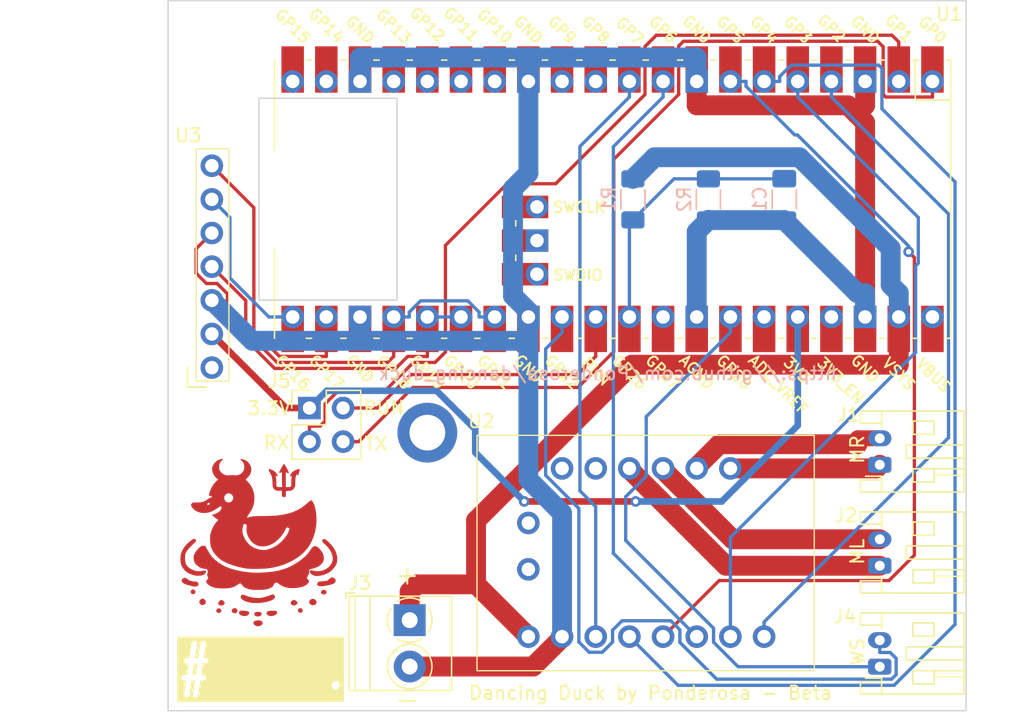
<source format=kicad_pcb>
(kicad_pcb (version 20221018) (generator pcbnew)
  (layers (0 "F.Cu" signal) (31 "B.Cu" signal) (34 "B.Paste" user) (35 "F.Paste" user) (36 "B.SilkS" user "B.Silkscreen") (37 "F.SilkS" user "F.Silkscreen") (38 "B.Mask" user) (39 "F.Mask" user) (44 "Edge.Cuts" user))
  (net 0 "")
  (net 1 "Net-(J1-Pin_1)")
  (net 2 "Net-(J1-Pin_2)")
  (net 3 "Net-(J2-Pin_1)")
  (net 4 "Net-(J2-Pin_2)")
  (net 5 "VCC")
  (net 6 "GND")
  (net 7 "Net-(J4-Pin_1)")
  (net 8 "Net-(J4-Pin_2)")
  (net 9 "Net-(J5-Pin_2)")
  (net 10 "Net-(U1-GP2)")
  (net 11 "Net-(U1-GP3)")
  (net 12 "Net-(U1-GP4)")
  (net 13 "Net-(U1-GP5)")
  (net 14 "Net-(U1-GP6)")
  (net 17 "Net-(U1-GP7)")
  (net 22 "Net-(U1-GP16)")
  (net 25 "Net-(U1-GP17)")
  (net 26 "Net-(U1-GP18)")
  (net 27 "Net-(U1-GP19)")
  (net 28 "+3V3")
  (net 29 "Net-(U1-GP26)")
  (net 42 "Net-(J5-Pin_3)")
  (net 43 "Net-(J5-Pin_4)")
  (footprint "adafruit:lis2mdl_breakout" (layer "F.Cu") (at 127.508 98.044 180)
    (fp_text reference "U3")
    (fp_text value "~")
  )
  (footprint "Connector_PinHeader_2.54mm:PinHeader_2x02_P2.54mm_Vertical" (layer "F.Cu") (at 134.869 101.092)
    (fp_text reference "J5")
    (fp_text value "Conn_02x02_Counter_Clockwise")
  )
  (footprint "LOGO" (layer "F.Cu") (at 131.064 111.252)
    (fp_text reference "G_LOGO" hide)
    (fp_text value "LOGO" hide)
  )
  (footprint "LOGO" (layer "F.Cu") (at 131.064 111.252)
    (fp_text reference "G***" hide)
    (fp_text value "LOGO" hide)
  )
  (footprint "Connector_JST:JST_PH_S2B-PH-K_1x02_P2.00mm_Horizontal" (layer "F.Cu") (at 177.89 113 90)
    (fp_text reference "J2")
    (fp_text value "Conn_01x02")
  )
  (footprint "TerminalBlock_Phoenix:TerminalBlock_Phoenix_PT-1,5-2-3.5-H_1x02_P3.50mm_Horizontal" (layer "F.Cu") (at 142.432 117.108 -90)
    (fp_text reference "J3")
    (fp_text value "Conn_01x02")
  )
  (footprint "MountingHole:MountingHole_2.7mm_M2.5_ISO14580_Pad_TopBottom" (layer "F.Cu") (at 143.764 102.952)
    (fp_text reference "REF1" hide)
    (fp_text value "MountingHole_2.7mm_M2.5_ISO14580_Pad_TopBottom" hide)
  )
  (footprint "Connector_JST:JST_PH_S2B-PH-K_1x02_P2.00mm_Horizontal" (layer "F.Cu") (at 177.89 105.38 90)
    (fp_text reference "J1")
    (fp_text value "Conn_01x02")
  )
  (footprint "raspberry_pi:RPi_Pico_SMD_W" (layer "F.Cu") (at 157.734 85.33 -90)
    (fp_text reference "U1")
    (fp_text value "~")
  )
  (footprint "adafruit:drv8833_breakout" (layer "F.Cu") (at 159.004 110.73 90)
    (fp_text reference "U2")
    (fp_text value "~")
  )
  (footprint "Connector_JST:JST_PH_S2B-PH-K_1x02_P2.00mm_Horizontal" (layer "F.Cu") (at 177.89 120.62 90)
    (fp_text reference "J4")
    (fp_text value "Conn_01x02")
  )
  (footprint "Resistor_SMD:R_1206_3216Metric_Pad1.30x1.75mm_HandSolder" (layer "B.Cu") (at 159.27 85.344 -90)
    (fp_text reference "R1")
    (fp_text value "220k")
  )
  (footprint "Resistor_SMD:R_1206_3216Metric_Pad1.30x1.75mm_HandSolder" (layer "B.Cu") (at 164.964 85.344 -90)
    (fp_text reference "R2")
    (fp_text value "330k")
  )
  (footprint "Capacitor_SMD:C_1206_3216Metric_Pad1.33x1.80mm_HandSolder" (layer "B.Cu") (at 170.688 85.344 -90)
    (fp_text reference "C1")
    (fp_text value "1000pf")
  )
  (gr_line (start 125.668 97.974) (end 125.668 99.514) (stroke (width 0.15)) (layer "F.SilkS"))
  (gr_line (start 125.668 99.514) (end 127.108 99.514) (stroke (width 0.15)) (layer "F.SilkS"))
  (gr_rect (start 124.206 70.34405) (end 184.404 123.93805) (stroke (width 0.1)) (fill none) (layer "Edge.Cuts"))
  (gr_rect (start 131.064 77.71005) (end 141.478 92.95005) (stroke (width 0.1)) (fill none) (layer "Edge.Cuts"))
  (gr_text "https://github.com/Ponderosa/dancing_duck" (at 174.752 99.06) (layer "B.SilkS") (effects (font (size 1 1)) (justify left bottom mirror)))
  (gr_text "ML" (at 176.784 113.01605 90) (layer "F.SilkS") (effects (font (size 1 1)) (justify left bottom)))
  (gr_text "3.3V\n" (at 130.107885 101.703166) (layer "F.SilkS") (effects (font (size 1 1)) (justify left bottom)))
  (gr_text "#      ." (at 124.968 122.555) (layer "F.SilkS" knockout) (effects (font (size 3 2) (thickness 0.4) bold) (justify left bottom)))
  (gr_text "Dancing Duck by Ponderosa - Beta" (at 146.812 123.181996) (layer "F.SilkS") (effects (font (size 1 1)) (justify left bottom)))
  (gr_text "TX" (at 138.927654 104.390239) (layer "F.SilkS") (effects (font (size 1 1)) (justify left bottom)))
  (gr_text "MR\n" (at 176.784 105.39605 90) (layer "F.SilkS") (effects (font (size 1 1)) (justify left bottom)))
  (gr_text "RUN" (at 138.837657 101.664596) (layer "F.SilkS") (effects (font (size 1 1)) (justify left bottom)))
  (gr_text "-" (at 141.224 123.952) (layer "F.SilkS") (effects (font (size 1.5 1.5)) (justify left bottom)))
  (gr_text "+" (at 141.224 114.54005) (layer "F.SilkS") (effects (font (size 1.5 1.5)) (justify left bottom)))
  (gr_text "RX" (at 131.316424 104.300241) (layer "F.SilkS") (effects (font (size 1 1)) (justify left bottom)))
  (gr_text "WS" (at 176.784 120.63605 90) (layer "F.SilkS") (effects (font (size 1 1)) (justify left bottom)))
  (segment (start 166.624 105.65) (end 177.62 105.65) (width 1.5) (layer "F.Cu") (net 1))
  (segment (start 177.62 105.65) (end 177.89 105.38) (width 1.5) (layer "F.Cu") (net 1))
  (segment (start 176.2132 103.8231) (end 176.2132 103.38) (width 1.1998) (layer "F.Cu") (net 2))
  (segment (start 176.2077 103.8286) (end 176.2132 103.8231) (width 1.1998) (layer "F.Cu") (net 2))
  (segment (start 164.084 105.65) (end 164.084 105.5312) (width 1.5) (layer "F.Cu") (net 2))
  (segment (start 177.89 103.38) (end 176.2132 103.38) (width 1.1998) (layer "F.Cu") (net 2))
  (segment (start 164.084 105.5312) (end 165.7866 103.8286) (width 1.5) (layer "F.Cu") (net 2))
  (segment (start 165.7866 103.8286) (end 176.2077 103.8286) (width 1.5) (layer "F.Cu") (net 2))
  (segment (start 159.004 105.7139) (end 166.2901 113) (width 1.5) (layer "F.Cu") (net 3))
  (segment (start 166.2901 113) (end 177.89 113) (width 1.5) (layer "F.Cu") (net 3))
  (segment (start 159.004 105.65) (end 159.004 105.7139) (width 1.5) (layer "F.Cu") (net 3))
  (segment (start 161.544 105.65) (end 161.544 105.7515) (width 1.5) (layer "F.Cu") (net 4))
  (segment (start 166.7925 111) (end 177.89 111) (width 1.5) (layer "F.Cu") (net 4))
  (segment (start 161.544 105.7515) (end 166.7925 111) (width 1.5) (layer "F.Cu") (net 4))
  (segment (start 142.432 117.108) (end 142.432 114.9561) (width 1.5) (layer "F.Cu") (net 5))
  (segment (start 179.324 97.8219) (end 159.1972 97.8219) (width 1.5) (layer "F.Cu") (net 5))
  (segment (start 147.4376 109.5815) (end 147.4376 114.4036) (width 1.5) (layer "F.Cu") (net 5))
  (segment (start 142.432 114.9561) (end 142.9845 114.4036) (width 1.5) (layer "F.Cu") (net 5))
  (segment (start 142.9845 114.4036) (end 147.4376 114.4036) (width 1.5) (layer "F.Cu") (net 5))
  (segment (start 147.4376 114.4036) (end 151.384 118.35) (width 1.5) (layer "F.Cu") (net 5))
  (segment (start 159.1972 97.8219) (end 147.4376 109.5815) (width 1.5) (layer "F.Cu") (net 5))
  (segment (start 179.324 94.22) (end 179.324 97.8219) (width 1.5) (layer "F.Cu") (net 5))
  (segment (start 179.324 94.22) (end 179.324 92.4181) (width 1.5) (layer "B.Cu") (net 5))
  (segment (start 178.7144 91.8085) (end 179.324 92.4181) (width 1.5) (layer "B.Cu") (net 5))
  (segment (start 171.8323 82.1622) (end 178.7144 89.0443) (width 1.5) (layer "B.Cu") (net 5))
  (segment (start 178.7144 89.0443) (end 178.7144 91.8085) (width 1.5) (layer "B.Cu") (net 5))
  (segment (start 160.9018 82.1622) (end 171.8323 82.1622) (width 1.5) (layer "B.Cu") (net 5))
  (segment (start 159.27 83.794) (end 160.9018 82.1622) (width 1.5) (layer "B.Cu") (net 5))
  (segment (start 153.924 118.4276) (end 151.7436 120.608) (width 1.5) (layer "F.Cu") (net 6))
  (segment (start 151.7436 120.608) (end 142.432 120.608) (width 1.5) (layer "F.Cu") (net 6))
  (segment (start 176.784 79.5376) (end 176.1362 78.8897) (width 1.5) (layer "F.Cu") (net 6))
  (segment (start 176.784 94.22) (end 176.784 79.5376) (width 1.5) (layer "F.Cu") (net 6))
  (segment (start 164.084 76.44) (end 164.084 78.2419) (width 1.5) (layer "F.Cu") (net 6))
  (segment (start 175.4883 78.2419) (end 164.084 78.2419) (width 1.5) (layer "F.Cu") (net 6))
  (segment (start 176.1362 78.8897) (end 175.4883 78.2419) (width 1.5) (layer "F.Cu") (net 6))
  (segment (start 153.924 118.35) (end 153.924 118.4276) (width 1.5) (layer "F.Cu") (net 6))
  (segment (start 176.784 78.2419) (end 176.1362 78.8897) (width 1.5) (layer "F.Cu") (net 6))
  (segment (start 176.784 76.44) (end 176.784 78.2419) (width 1.5) (layer "F.Cu") (net 6))
  (segment (start 151.384 76.44) (end 151.384 83.3741) (width 1.5) (layer "B.Cu") (net 6))
  (segment (start 151.384 93.7845) (end 151.384 94.22) (width 1.5) (layer "B.Cu") (net 6))
  (segment (start 138.684 94.22) (end 138.684 96.0204) (width 1.5) (layer "B.Cu") (net 6))
  (segment (start 164.084 76.44) (end 164.084 74.6381) (width 1.5) (layer "B.Cu") (net 6))
  (segment (start 151.384 106.4831) (end 153.924 109.0231) (width 1.5) (layer "B.Cu") (net 6))
  (segment (start 138.684 76.44) (end 138.684 74.6381) (width 1.5) (layer "B.Cu") (net 6))
  (segment (start 151.384 76.44) (end 151.384 75.064) (width 1.5) (layer "B.Cu") (net 6))
  (segment (start 176.1996 92.4181) (end 170.688 86.9065) (width 1.5) (layer "B.Cu") (net 6))
  (segment (start 151.384 74.6396) (end 151.3825 74.6381) (width 1.5) (layer "B.Cu") (net 6))
  (segment (start 164.964 86.894) (end 164.964 86.9065) (width 1.5) (layer "B.Cu") (net 6))
  (segment (start 176.784 92.4181) (end 176.1996 92.4181) (width 1.5) (layer "B.Cu") (net 6))
  (segment (start 150.2257 84.5324) (end 150.2257 92.6262) (width 1.5) (layer "B.Cu") (net 6))
  (segment (start 138.6855 96.0219) (end 138.684 96.0204) (width 1.5) (layer "B.Cu") (net 6))
  (segment (start 151.384 83.3741) (end 150.2257 84.5324) (width 1.5) (layer "B.Cu") (net 6))
  (segment (start 150.2257 92.6262) (end 151.384 93.7845) (width 1.5) (layer "B.Cu") (net 6))
  (segment (start 151.384 96.0219) (end 138.6855 96.0219) (width 1.5) (layer "B.Cu") (net 6))
  (segment (start 130.5742 96.0219) (end 138.684 96.0219) (width 1.5) (layer "B.Cu") (net 6))
  (segment (start 151.384 74.6396) (end 151.384 74.6381) (width 1.5) (layer "B.Cu") (net 6))
  (segment (start 127.5163 92.964) (end 130.5742 96.0219) (width 1.5) (layer "B.Cu") (net 6))
  (segment (start 151.384 96.0219) (end 151.384 106.4831) (width 1.5) (layer "B.Cu") (net 6))
  (segment (start 127.508 92.964) (end 127.5163 92.964) (width 1.5) (layer "B.Cu") (net 6))
  (segment (start 138.684 96.0204) (end 138.684 96.0219) (width 1.5) (layer "B.Cu") (net 6))
  (segment (start 176.784 94.22) (end 176.784 92.4181) (width 1.5) (layer "B.Cu") (net 6))
  (segment (start 164.084 87.7865) (end 164.084 94.22) (width 1.5) (layer "B.Cu") (net 6))
  (segment (start 153.924 109.0231) (end 153.924 118.35) (width 1.5) (layer "B.Cu") (net 6))
  (segment (start 151.3825 74.6381) (end 138.684 74.6381) (width 1.5) (layer "B.Cu") (net 6))
  (segment (start 151.384 94.22) (end 151.384 96.0219) (width 1.5) (layer "B.Cu") (net 6))
  (segment (start 164.964 86.9065) (end 170.688 86.9065) (width 1.5) (layer "B.Cu") (net 6))
  (segment (start 151.384 75.064) (end 151.384 74.6396) (width 1.5) (layer "B.Cu") (net 6))
  (segment (start 164.964 86.9065) (end 164.084 87.7865) (width 1.5) (layer "B.Cu") (net 6))
  (segment (start 164.084 74.6381) (end 151.384 74.6381) (width 1.5) (layer "B.Cu") (net 6))
  (segment (start 158.7255 111.0913) (end 165.3541 117.7199) (width 0.25) (layer "B.Cu") (net 7))
  (segment (start 160.274 101.7469) (end 160.274 106.2419) (width 0.25) (layer "B.Cu") (net 7))
  (segment (start 158.7255 107.7904) (end 158.7255 111.0913) (width 0.25) (layer "B.Cu") (net 7))
  (segment (start 160.274 106.2419) (end 158.7255 107.7904) (width 0.25) (layer "B.Cu") (net 7))
  (segment (start 165.3541 117.7199) (end 165.3541 118.7712) (width 0.25) (layer "B.Cu") (net 7))
  (segment (start 166.624 95.3969) (end 160.274 101.7469) (width 0.25) (layer "B.Cu") (net 7))
  (segment (start 165.3541 118.7712) (end 167.2029 120.62) (width 0.25) (layer "B.Cu") (net 7))
  (segment (start 167.2029 120.62) (end 177.89 120.62) (width 0.25) (layer "B.Cu") (net 7))
  (segment (start 166.624 94.22) (end 166.624 95.3969) (width 0.25) (layer "B.Cu") (net 7))
  (segment (start 155.9695 119.5269) (end 155.194 118.7514) (width 0.25) (layer "B.Cu") (net 8))
  (segment (start 179.1248 119.9887) (end 179.1248 121.219) (width 0.25) (layer "B.Cu") (net 8))
  (segment (start 178.7859 121.5579) (end 165.5851 121.5579) (width 0.25) (layer "B.Cu") (net 8))
  (segment (start 157.734 118.759) (end 156.9661 119.5269) (width 0.25) (layer "B.Cu") (net 8))
  (segment (start 158.448 117.1538) (end 157.734 117.8678) (width 0.25) (layer "B.Cu") (net 8))
  (segment (start 153.924 94.22) (end 153.924 95.3969) (width 0.25) (layer "B.Cu") (net 8))
  (segment (start 162.1305 117.1538) (end 158.448 117.1538) (width 0.25) (layer "B.Cu") (net 8))
  (segment (start 178.683 119.5469) (end 179.1248 119.9887) (width 0.25) (layer "B.Cu") (net 8))
  (segment (start 155.194 108.676) (end 152.6865 106.1685) (width 0.25) (layer "B.Cu") (net 8))
  (segment (start 152.6865 106.1685) (end 152.6865 96.6344) (width 0.25) (layer "B.Cu") (net 8))
  (segment (start 162.814 118.7868) (end 162.814 117.8373) (width 0.25) (layer "B.Cu") (net 8))
  (segment (start 177.89 118.62) (end 177.89 119.5469) (width 0.25) (layer "B.Cu") (net 8))
  (segment (start 162.814 117.8373) (end 162.1305 117.1538) (width 0.25) (layer "B.Cu") (net 8))
  (segment (start 157.734 117.8678) (end 157.734 118.759) (width 0.25) (layer "B.Cu") (net 8))
  (segment (start 165.5851 121.5579) (end 162.814 118.7868) (width 0.25) (layer "B.Cu") (net 8))
  (segment (start 177.89 119.5469) (end 178.683 119.5469) (width 0.25) (layer "B.Cu") (net 8))
  (segment (start 156.9661 119.5269) (end 155.9695 119.5269) (width 0.25) (layer "B.Cu") (net 8))
  (segment (start 152.6865 96.6344) (end 153.924 95.3969) (width 0.25) (layer "B.Cu") (net 8))
  (segment (start 155.194 118.7514) (end 155.194 108.676) (width 0.25) (layer "B.Cu") (net 8))
  (segment (start 179.1248 121.219) (end 178.7859 121.5579) (width 0.25) (layer "B.Cu") (net 8))
  (segment (start 139.9959 101.092) (end 142.5155 98.5724) (width 0.25) (layer "F.Cu") (net 9))
  (segment (start 137.409 101.092) (end 138.5859 101.092) (width 0.25) (layer "F.Cu") (net 9))
  (segment (start 142.5155 98.5724) (end 155.0885 98.5724) (width 0.25) (layer "F.Cu") (net 9))
  (segment (start 156.464 94.22) (end 156.464 97.1969) (width 0.25) (layer "F.Cu") (net 9))
  (segment (start 155.0885 98.5724) (end 156.464 97.1969) (width 0.25) (layer "F.Cu") (net 9))
  (segment (start 138.5859 101.092) (end 139.9959 101.092) (width 0.25) (layer "F.Cu") (net 9))
  (segment (start 174.244 76.44) (end 174.244 77.6169) (width 0.25) (layer "B.Cu") (net 10))
  (segment (start 169.164 118.35) (end 169.164 117.2433) (width 0.25) (layer "B.Cu") (net 10))
  (segment (start 169.164 117.2433) (end 183.0775 103.3298) (width 0.25) (layer "B.Cu") (net 10))
  (segment (start 183.0775 86.4504) (end 174.244 77.6169) (width 0.25) (layer "B.Cu") (net 10))
  (segment (start 183.0775 103.3298) (end 183.0775 86.4504) (width 0.25) (layer "B.Cu") (net 10))
  (segment (start 180.594 96.8944) (end 180.594 90.3669) (width 0.25) (layer "B.Cu") (net 11))
  (segment (start 180.7954 90.1655) (end 180.7954 86.7083) (width 0.25) (layer "B.Cu") (net 11))
  (segment (start 180.594 90.3669) (end 180.7954 90.1655) (width 0.25) (layer "B.Cu") (net 11))
  (segment (start 180.7954 86.7083) (end 171.704 77.6169) (width 0.25) (layer "B.Cu") (net 11))
  (segment (start 171.704 76.44) (end 171.704 77.6169) (width 0.25) (layer "B.Cu") (net 11))
  (segment (start 166.624 118.35) (end 166.624 110.8644) (width 0.25) (layer "B.Cu") (net 11))
  (segment (start 166.624 110.8644) (end 180.594 96.8944) (width 0.25) (layer "B.Cu") (net 11))
  (segment (start 178.9689 122.025) (end 183.5674 117.4265) (width 0.25) (layer "B.Cu") (net 12))
  (segment (start 171.2013 75.2118) (end 170.3409 76.0722) (width 0.25) (layer "B.Cu") (net 12))
  (segment (start 178.054 78.5081) (end 178.054 75.4553) (width 0.25) (layer "B.Cu") (net 12))
  (segment (start 170.3409 76.0722) (end 170.3409 76.44) (width 0.25) (layer "B.Cu") (net 12))
  (segment (start 183.5674 84.0215) (end 178.054 78.5081) (width 0.25) (layer "B.Cu") (net 12))
  (segment (start 178.054 75.4553) (end 177.8105 75.2118) (width 0.25) (layer "B.Cu") (net 12))
  (segment (start 183.5674 117.4265) (end 183.5674 84.0215) (width 0.25) (layer "B.Cu") (net 12))
  (segment (start 162.679 122.025) (end 178.9689 122.025) (width 0.25) (layer "B.Cu") (net 12))
  (segment (start 169.164 76.44) (end 170.3409 76.44) (width 0.25) (layer "B.Cu") (net 12))
  (segment (start 159.004 118.35) (end 162.679 122.025) (width 0.25) (layer "B.Cu") (net 12))
  (segment (start 177.8105 75.2118) (end 171.2013 75.2118) (width 0.25) (layer "B.Cu") (net 12))
  (segment (start 165.7783 114.1157) (end 178.5897 114.1157) (width 0.25) (layer "F.Cu") (net 13))
  (segment (start 180.5009 112.2045) (end 180.5009 89.7339) (width 0.25) (layer "F.Cu") (net 13))
  (segment (start 180.5009 89.7339) (end 180.0663 89.2993) (width 0.25) (layer "F.Cu") (net 13))
  (segment (start 178.5897 114.1157) (end 180.5009 112.2045) (width 0.25) (layer "F.Cu") (net 13))
  (segment (start 161.544 118.35) (end 165.7783 114.1157) (width 0.25) (layer "F.Cu") (net 13))
  (via (at 180.0663 89.2993) (size 0.8) (drill 0.4) (layers "F.Cu" "B.Cu") (net 13))
  (segment (start 180.0663 88.8647) (end 180.0663 89.2993) (width 0.25) (layer "B.Cu") (net 13))
  (segment (start 166.624 76.44) (end 167.8009 76.44) (width 0.25) (layer "B.Cu") (net 13))
  (segment (start 167.8009 76.8058) (end 171.4708 80.4757) (width 0.25) (layer "B.Cu") (net 13))
  (segment (start 167.8009 76.44) (end 167.8009 76.8058) (width 0.25) (layer "B.Cu") (net 13))
  (segment (start 171.6773 80.4757) (end 180.0663 88.8647) (width 0.25) (layer "B.Cu") (net 13))
  (segment (start 171.4708 80.4757) (end 171.6773 80.4757) (width 0.25) (layer "B.Cu") (net 13))
  (segment (start 157.7948 81.3661) (end 161.544 77.6169) (width 0.25) (layer "B.Cu") (net 14))
  (segment (start 161.544 76.44) (end 161.544 77.6169) (width 0.25) (layer "B.Cu") (net 14))
  (segment (start 164.084 118.35) (end 157.7948 112.0608) (width 0.25) (layer "B.Cu") (net 14))
  (segment (start 157.7948 112.0608) (end 157.7948 81.3661) (width 0.25) (layer "B.Cu") (net 14))
  (segment (start 155.2734 81.3475) (end 159.004 77.6169) (width 0.25) (layer "B.Cu") (net 17))
  (segment (start 156.464 108.536) (end 155.2734 107.3454) (width 0.25) (layer "B.Cu") (net 17))
  (segment (start 159.004 76.44) (end 159.004 77.6169) (width 0.25) (layer "B.Cu") (net 17))
  (segment (start 155.2734 107.3454) (end 155.2734 81.3475) (width 0.25) (layer "B.Cu") (net 17))
  (segment (start 156.464 118.35) (end 156.464 108.536) (width 0.25) (layer "B.Cu") (net 17))
  (segment (start 131.8143 94.22) (end 128.8726 91.2783) (width 0.25) (layer "B.Cu") (net 22))
  (segment (start 128.8726 86.7086) (end 127.508 85.344) (width 0.25) (layer "B.Cu") (net 22))
  (segment (start 128.8726 91.2783) (end 128.8726 86.7086) (width 0.25) (layer "B.Cu") (net 22))
  (segment (start 133.604 94.22) (end 131.8143 94.22) (width 0.25) (layer "B.Cu") (net 22))
  (segment (start 130.6776 95.2604) (end 130.6776 85.9736) (width 0.25) (layer "F.Cu") (net 25))
  (segment (start 136.144 94.22) (end 136.144 97.1969) (width 0.25) (layer "F.Cu") (net 25))
  (segment (start 130.6776 85.9736) (end 127.508 82.804) (width 0.25) (layer "F.Cu") (net 25))
  (segment (start 136.144 97.1969) (end 132.6141 97.1969) (width 0.25) (layer "F.Cu") (net 25))
  (segment (start 132.6141 97.1969) (end 130.6776 95.2604) (width 0.25) (layer "F.Cu") (net 25))
  (segment (start 140.7721 97.6488) (end 132.4269 97.6488) (width 0.25) (layer "F.Cu") (net 26))
  (segment (start 141.224 94.22) (end 141.224 97.1969) (width 0.25) (layer "F.Cu") (net 26))
  (segment (start 141.224 97.1969) (end 140.7721 97.6488) (width 0.25) (layer "F.Cu") (net 26))
  (segment (start 132.4269 97.6488) (end 130.0664 95.2883) (width 0.25) (layer "F.Cu") (net 26))
  (segment (start 130.0664 92.9824) (end 127.508 90.424) (width 0.25) (layer "F.Cu") (net 26))
  (segment (start 130.0664 95.2883) (end 130.0664 92.9824) (width 0.25) (layer "F.Cu") (net 26))
  (segment (start 143.2524 93.0027) (end 142.4009 93.8542) (width 0.25) (layer "B.Cu") (net 26))
  (segment (start 147.6671 94.22) (end 147.6671 93.8522) (width 0.25) (layer "B.Cu") (net 26))
  (segment (start 148.844 94.22) (end 147.6671 94.22) (width 0.25) (layer "B.Cu") (net 26))
  (segment (start 142.4009 93.8542) (end 142.4009 94.22) (width 0.25) (layer "B.Cu") (net 26))
  (segment (start 141.224 94.22) (end 142.4009 94.22) (width 0.25) (layer "B.Cu") (net 26))
  (segment (start 146.8176 93.0027) (end 143.2524 93.0027) (width 0.25) (layer "B.Cu") (net 26))
  (segment (start 147.6671 93.8522) (end 146.8176 93.0027) (width 0.25) (layer "B.Cu") (net 26))
  (segment (start 132.2397 98.1007) (end 128.6849 94.5459) (width 0.25) (layer "F.Cu") (net 27))
  (segment (start 143.764 94.22) (end 143.764 97.1969) (width 0.25) (layer "F.Cu") (net 27))
  (segment (start 126.3228 89.0692) (end 127.508 87.884) (width 0.25) (layer "F.Cu") (net 27))
  (segment (start 127.1004 91.694) (end 126.3228 90.9164) (width 0.25) (layer "F.Cu") (net 27))
  (segment (start 143.764 97.1969) (end 142.2837 97.1969) (width 0.25) (layer "F.Cu") (net 27))
  (segment (start 127.9024 91.694) (end 127.1004 91.694) (width 0.25) (layer "F.Cu") (net 27))
  (segment (start 128.6849 94.5459) (end 128.6849 92.4765) (width 0.25) (layer "F.Cu") (net 27))
  (segment (start 128.6849 92.4765) (end 127.9024 91.694) (width 0.25) (layer "F.Cu") (net 27))
  (segment (start 141.3799 98.1007) (end 132.2397 98.1007) (width 0.25) (layer "F.Cu") (net 27))
  (segment (start 126.3228 90.9164) (end 126.3228 89.0692) (width 0.25) (layer "F.Cu") (net 27))
  (segment (start 142.2837 97.1969) (end 141.3799 98.1007) (width 0.25) (layer "F.Cu") (net 27))
  (segment (start 146.304 94.22) (end 143.764 94.22) (width 0.25) (layer "B.Cu") (net 27))
  (segment (start 134.869 101.092) (end 133.096 101.092) (width 0.5) (layer "F.Cu") (net 28))
  (segment (start 151.0744 108.1469) (end 159.4748 108.1469) (width 0.5) (layer "F.Cu") (net 28))
  (segment (start 133.096 101.092) (end 127.508 95.504) (width 0.5) (layer "F.Cu") (net 28))
  (via (at 151.0744 108.1469) (size 0.8) (drill 0.4) (layers "F.Cu" "B.Cu") (net 28))
  (via (at 159.4748 108.1469) (size 0.8) (drill 0.4) (layers "F.Cu" "B.Cu") (net 28))
  (segment (start 171.704 94.22) (end 171.704 95.5219) (width 0.5) (layer "B.Cu") (net 28))
  (segment (start 147.3771 102.7028) (end 144.4644 99.7901) (width 0.5) (layer "B.Cu") (net 28))
  (segment (start 171.704 95.5219) (end 171.704 102.4136) (width 0.5) (layer "B.Cu") (net 28))
  (segment (start 147.3771 104.4496) (end 147.3771 102.7028) (width 0.5) (layer "B.Cu") (net 28))
  (segment (start 136.1709 99.7901) (end 134.869 101.092) (width 0.5) (layer "B.Cu") (net 28))
  (segment (start 151.0744 108.1469) (end 147.3771 104.4496) (width 0.5) (layer "B.Cu") (net 28))
  (segment (start 171.704 102.4136) (end 165.9707 108.1469) (width 0.5) (layer "B.Cu") (net 28))
  (segment (start 144.4644 99.7901) (end 136.1709 99.7901) (width 0.5) (layer "B.Cu") (net 28))
  (segment (start 165.9707 108.1469) (end 159.4748 108.1469) (width 0.5) (layer "B.Cu") (net 28))
  (segment (start 164.964 83.794) (end 170.6755 83.794) (width 0.25) (layer "B.Cu") (net 29))
  (segment (start 159.004 87.16) (end 159.004 94.22) (width 0.25) (layer "B.Cu") (net 29))
  (segment (start 162.37 83.794) (end 159.27 86.894) (width 0.25) (layer "B.Cu") (net 29))
  (segment (start 170.6755 83.794) (end 170.688 83.7815) (width 0.25) (layer "B.Cu") (net 29))
  (segment (start 159.27 86.894) (end 159.004 87.16) (width 0.25) (layer "B.Cu") (net 29))
  (segment (start 164.964 83.794) (end 162.37 83.794) (width 0.25) (layer "B.Cu") (net 29))
  (segment (start 144.3491 97.6488) (end 145.1271 96.8708) (width 0.25) (layer "F.Cu") (net 42))
  (segment (start 140.5441 99.8221) (end 142.7174 97.6488) (width 0.25) (layer "F.Cu") (net 42))
  (segment (start 137.012 99.8221) (end 140.5441 99.8221) (width 0.25) (layer "F.Cu") (net 42))
  (segment (start 145.1271 88.8178) (end 149.7796 84.1653) (width 0.25) (layer "F.Cu") (net 42))
  (segment (start 135.6782 102.4551) (end 136.0459 102.0874) (width 0.25) (layer "F.Cu") (net 42))
  (segment (start 153.441 84.1653) (end 160.1809 77.4254) (width 0.25) (layer "F.Cu") (net 42))
  (segment (start 145.1271 96.8708) (end 145.1271 88.8178) (width 0.25) (layer "F.Cu") (net 42))
  (segment (start 160.1809 73.8073) (end 161.0347 72.9535) (width 0.25) (layer "F.Cu") (net 42))
  (segment (start 142.7174 97.6488) (end 144.3491 97.6488) (width 0.25) (layer "F.Cu") (net 42))
  (segment (start 161.0347 72.9535) (end 178.8144 72.9535) (width 0.25) (layer "F.Cu") (net 42))
  (segment (start 149.7796 84.1653) (end 153.441 84.1653) (width 0.25) (layer "F.Cu") (net 42))
  (segment (start 134.869 103.632) (end 134.869 102.4551) (width 0.25) (layer "F.Cu") (net 42))
  (segment (start 179.324 76.44) (end 179.324 73.4631) (width 0.25) (layer "F.Cu") (net 42))
  (segment (start 160.1809 77.4254) (end 160.1809 73.8073) (width 0.25) (layer "F.Cu") (net 42))
  (segment (start 136.0459 102.0874) (end 136.0459 100.7882) (width 0.25) (layer "F.Cu") (net 42))
  (segment (start 136.0459 100.7882) (end 137.012 99.8221) (width 0.25) (layer "F.Cu") (net 42))
  (segment (start 178.8144 72.9535) (end 179.324 73.4631) (width 0.25) (layer "F.Cu") (net 42))
  (segment (start 134.869 102.4551) (end 135.6782 102.4551) (width 0.25) (layer "F.Cu") (net 42))
  (segment (start 157.8271 96.8377) (end 157.8271 82.3192) (width 0.25) (layer "F.Cu") (net 43))
  (segment (start 178.3386 77.6169) (end 181.864 77.6169) (width 0.25) (layer "F.Cu") (net 43))
  (segment (start 162.7209 73.7721) (end 163.0841 73.4089) (width 0.25) (layer "F.Cu") (net 43))
  (segment (start 163.0841 73.4089) (end 177.7282 73.4089) (width 0.25) (layer "F.Cu") (net 43))
  (segment (start 142.6775 99.5404) (end 155.1244 99.5404) (width 0.25) (layer "F.Cu") (net 43))
  (segment (start 155.1244 99.5404) (end 157.8271 96.8377) (width 0.25) (layer "F.Cu") (net 43))
  (segment (start 177.7282 73.4089) (end 178.1471 73.8278) (width 0.25) (layer "F.Cu") (net 43))
  (segment (start 138.5859 103.632) (end 142.6775 99.5404) (width 0.25) (layer "F.Cu") (net 43))
  (segment (start 137.409 103.632) (end 138.5859 103.632) (width 0.25) (layer "F.Cu") (net 43))
  (segment (start 178.1471 77.4254) (end 178.3386 77.6169) (width 0.25) (layer "F.Cu") (net 43))
  (segment (start 157.8271 82.3192) (end 162.7209 77.4254) (width 0.25) (layer "F.Cu") (net 43))
  (segment (start 181.864 76.44) (end 181.864 77.6169) (width 0.25) (layer "F.Cu") (net 43))
  (segment (start 178.1471 73.8278) (end 178.1471 77.4254) (width 0.25) (layer "F.Cu") (net 43))
  (segment (start 162.7209 77.4254) (end 162.7209 73.7721) (width 0.25) (layer "F.Cu") (net 43))
)
</source>
